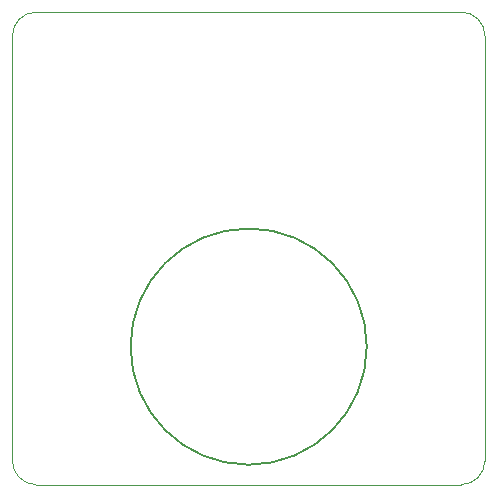
<source format=gm1>
G04 #@! TF.GenerationSoftware,KiCad,Pcbnew,(6.0.2)*
G04 #@! TF.CreationDate,2022-09-07T09:27:56-04:00*
G04 #@! TF.ProjectId,Foras Promineo CLR PCB,466f7261-7320-4507-926f-6d696e656f20,rev?*
G04 #@! TF.SameCoordinates,PX4c4b400PY6a92b70*
G04 #@! TF.FileFunction,Profile,NP*
%FSLAX46Y46*%
G04 Gerber Fmt 4.6, Leading zero omitted, Abs format (unit mm)*
G04 Created by KiCad (PCBNEW (6.0.2)) date 2022-09-07 09:27:56*
%MOMM*%
%LPD*%
G01*
G04 APERTURE LIST*
G04 #@! TA.AperFunction,Profile*
%ADD10C,0.100000*%
G04 #@! TD*
G04 #@! TA.AperFunction,Profile*
%ADD11C,0.200000*%
G04 #@! TD*
G04 APERTURE END LIST*
D10*
X-20000000Y49750000D02*
X-20000000Y13750000D01*
D11*
X10000000Y23430170D02*
G75*
G03*
X10000000Y23430170I-10000000J0D01*
G01*
D10*
X-18000000Y51750000D02*
G75*
G03*
X-20000000Y49750000I-1J-1999999D01*
G01*
X18000000Y11750000D02*
G75*
G03*
X20000000Y13750000I1J1999999D01*
G01*
X-20000000Y13750000D02*
G75*
G03*
X-18000000Y11750000I1999999J-1D01*
G01*
X-18000000Y11750000D02*
X18000000Y11750000D01*
X20000000Y13750000D02*
X20000000Y49750000D01*
X18000000Y51750000D02*
X-18000000Y51750000D01*
X20000000Y49750000D02*
G75*
G03*
X18000000Y51750000I-1999999J1D01*
G01*
M02*

</source>
